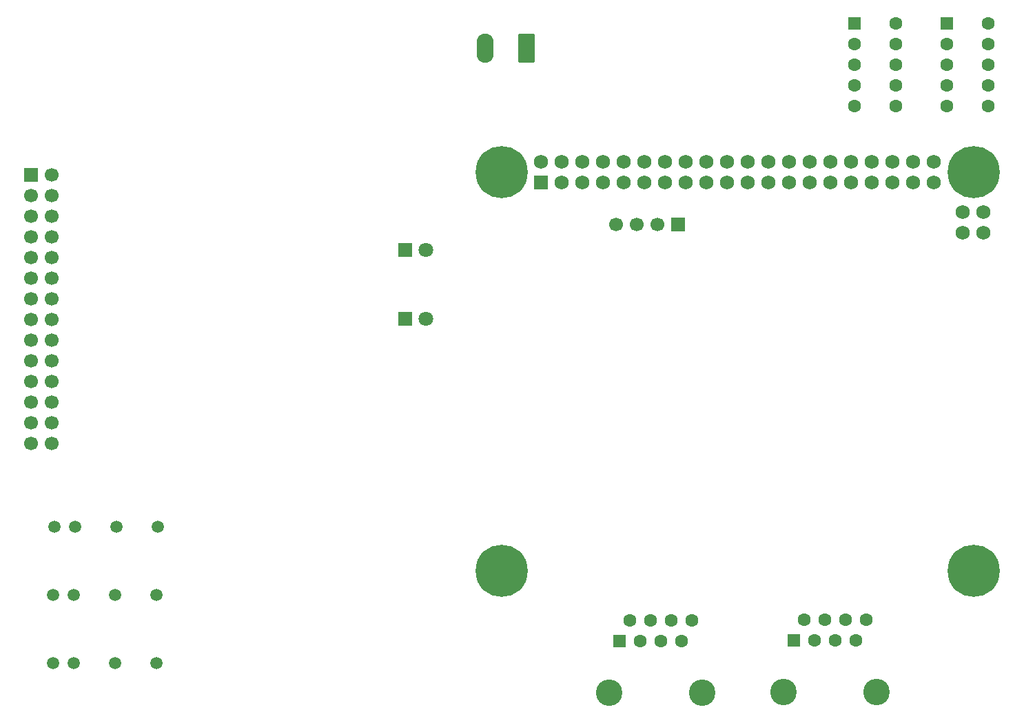
<source format=gbr>
%TF.GenerationSoftware,KiCad,Pcbnew,9.0.2*%
%TF.CreationDate,2025-11-23T22:59:54+01:00*%
%TF.ProjectId,playduino_sheep_tester,706c6179-6475-4696-9e6f-5f7368656570,rev?*%
%TF.SameCoordinates,Original*%
%TF.FileFunction,Soldermask,Bot*%
%TF.FilePolarity,Negative*%
%FSLAX46Y46*%
G04 Gerber Fmt 4.6, Leading zero omitted, Abs format (unit mm)*
G04 Created by KiCad (PCBNEW 9.0.2) date 2025-11-23 22:59:54*
%MOMM*%
%LPD*%
G01*
G04 APERTURE LIST*
G04 Aperture macros list*
%AMRoundRect*
0 Rectangle with rounded corners*
0 $1 Rounding radius*
0 $2 $3 $4 $5 $6 $7 $8 $9 X,Y pos of 4 corners*
0 Add a 4 corners polygon primitive as box body*
4,1,4,$2,$3,$4,$5,$6,$7,$8,$9,$2,$3,0*
0 Add four circle primitives for the rounded corners*
1,1,$1+$1,$2,$3*
1,1,$1+$1,$4,$5*
1,1,$1+$1,$6,$7*
1,1,$1+$1,$8,$9*
0 Add four rect primitives between the rounded corners*
20,1,$1+$1,$2,$3,$4,$5,0*
20,1,$1+$1,$4,$5,$6,$7,0*
20,1,$1+$1,$6,$7,$8,$9,0*
20,1,$1+$1,$8,$9,$2,$3,0*%
G04 Aperture macros list end*
%ADD10RoundRect,0.249999X0.790001X1.550001X-0.790001X1.550001X-0.790001X-1.550001X0.790001X-1.550001X0*%
%ADD11O,2.080000X3.600000*%
%ADD12R,1.700000X1.700000*%
%ADD13C,1.700000*%
%ADD14R,1.800000X1.800000*%
%ADD15C,1.800000*%
%ADD16C,1.498600*%
%ADD17C,3.250000*%
%ADD18RoundRect,0.102000X-0.699000X-0.699000X0.699000X-0.699000X0.699000X0.699000X-0.699000X0.699000X0*%
%ADD19C,1.602000*%
%ADD20R,1.600000X1.600000*%
%ADD21C,1.600000*%
%ADD22RoundRect,0.102000X-0.762000X-0.762000X0.762000X-0.762000X0.762000X0.762000X-0.762000X0.762000X0*%
%ADD23C,1.728000*%
%ADD24C,6.404000*%
G04 APERTURE END LIST*
D10*
%TO.C,J1*%
X139680000Y-52675000D03*
D11*
X134600000Y-52675000D03*
%TD*%
D12*
%TO.C,J2*%
X78860000Y-68210000D03*
D13*
X81400000Y-68210000D03*
X78860000Y-70750000D03*
X81400000Y-70750000D03*
X78860000Y-73290000D03*
X81400000Y-73290000D03*
X78860000Y-75830000D03*
X81400000Y-75830000D03*
X78860000Y-78370000D03*
X81400000Y-78370000D03*
X78860000Y-80910000D03*
X81400000Y-80910000D03*
X78860000Y-83450000D03*
X81400000Y-83450000D03*
X78860000Y-85990000D03*
X81400000Y-85990000D03*
X78860000Y-88530000D03*
X81400000Y-88530000D03*
X78860000Y-91070000D03*
X81400000Y-91070000D03*
X78860000Y-93610000D03*
X81400000Y-93610000D03*
X78860000Y-96150000D03*
X81400000Y-96150000D03*
X78860000Y-98690000D03*
X81400000Y-98690000D03*
X78860000Y-101230000D03*
X81400000Y-101230000D03*
%TD*%
D14*
%TO.C,D3*%
X124800000Y-77450000D03*
D15*
X127340000Y-77450000D03*
%TD*%
D16*
%TO.C,U8*%
X81690000Y-111501687D03*
X84230000Y-111501687D03*
X89310000Y-111501687D03*
X94390000Y-111501687D03*
%TD*%
%TO.C,U9*%
X81532081Y-119900787D03*
X84072081Y-119900787D03*
X89152081Y-119900787D03*
X94232081Y-119900787D03*
%TD*%
D17*
%TO.C,J4*%
X171300000Y-131850000D03*
X182730000Y-131850000D03*
D18*
X172570000Y-125500000D03*
D19*
X173840000Y-122960000D03*
X175110000Y-125500000D03*
X176380000Y-122960000D03*
X177650000Y-125500000D03*
X178920000Y-122960000D03*
X180190000Y-125500000D03*
X181460000Y-122960000D03*
%TD*%
D14*
%TO.C,D4*%
X124800000Y-85950000D03*
D15*
X127340000Y-85950000D03*
%TD*%
D16*
%TO.C,U10*%
X81530000Y-128250000D03*
X84070000Y-128250000D03*
X89150000Y-128250000D03*
X94230000Y-128250000D03*
%TD*%
D17*
%TO.C,J5*%
X149900000Y-131895000D03*
X161330000Y-131895000D03*
D18*
X151170000Y-125545000D03*
D19*
X152440000Y-123005000D03*
X153710000Y-125545000D03*
X154980000Y-123005000D03*
X156250000Y-125545000D03*
X157520000Y-123005000D03*
X158790000Y-125545000D03*
X160060000Y-123005000D03*
%TD*%
D12*
%TO.C,J3*%
X158322382Y-74312587D03*
D13*
X155782382Y-74312587D03*
X153242382Y-74312587D03*
X150702382Y-74312587D03*
%TD*%
D20*
%TO.C,U14*%
X180000000Y-49640000D03*
D21*
X180000000Y-52180000D03*
X180000000Y-54720000D03*
X180000000Y-57260000D03*
X180000000Y-59800000D03*
X185080000Y-59800000D03*
X185080000Y-57260000D03*
X185080000Y-54720000D03*
X185080000Y-52180000D03*
X185080000Y-49640000D03*
%TD*%
D20*
%TO.C,U15*%
X191330000Y-49640000D03*
D21*
X191330000Y-52180000D03*
X191330000Y-54720000D03*
X191330000Y-57260000D03*
X191330000Y-59800000D03*
X196410000Y-59800000D03*
X196410000Y-57260000D03*
X196410000Y-54720000D03*
X196410000Y-52180000D03*
X196410000Y-49640000D03*
%TD*%
D22*
%TO.C,U1*%
X141500000Y-69200000D03*
D23*
X141500000Y-66660000D03*
X144040000Y-69200000D03*
X144040000Y-66660000D03*
X146580000Y-69200000D03*
X146580000Y-66660000D03*
X149120000Y-69200000D03*
X149120000Y-66660000D03*
X151660000Y-69200000D03*
X151660000Y-66660000D03*
X154200000Y-69200000D03*
X154200000Y-66660000D03*
X156740000Y-69200000D03*
X156740000Y-66660000D03*
X159280000Y-69200000D03*
X159280000Y-66660000D03*
X161820000Y-69200000D03*
X161820000Y-66660000D03*
X164360000Y-69200000D03*
X164360000Y-66660000D03*
X166900000Y-69200000D03*
X166900000Y-66660000D03*
X169440000Y-69200000D03*
X169440000Y-66660000D03*
X171980000Y-69200000D03*
X171980000Y-66660000D03*
X174520000Y-69200000D03*
X174520000Y-66660000D03*
X177060000Y-69200000D03*
X177060000Y-66660000D03*
X179600000Y-69200000D03*
X179600000Y-66660000D03*
X182140000Y-69200000D03*
X182140000Y-66660000D03*
X184680000Y-69200000D03*
X184680000Y-66660000D03*
X187220000Y-69200000D03*
X187220000Y-66660000D03*
X189760000Y-69200000D03*
X189760000Y-66660000D03*
X195860000Y-75323000D03*
X195860000Y-72783000D03*
X193320000Y-75323000D03*
X193320000Y-72783000D03*
D24*
X136630000Y-67930000D03*
X194630000Y-67930000D03*
X194630000Y-116930000D03*
X136630000Y-116930000D03*
%TD*%
M02*

</source>
